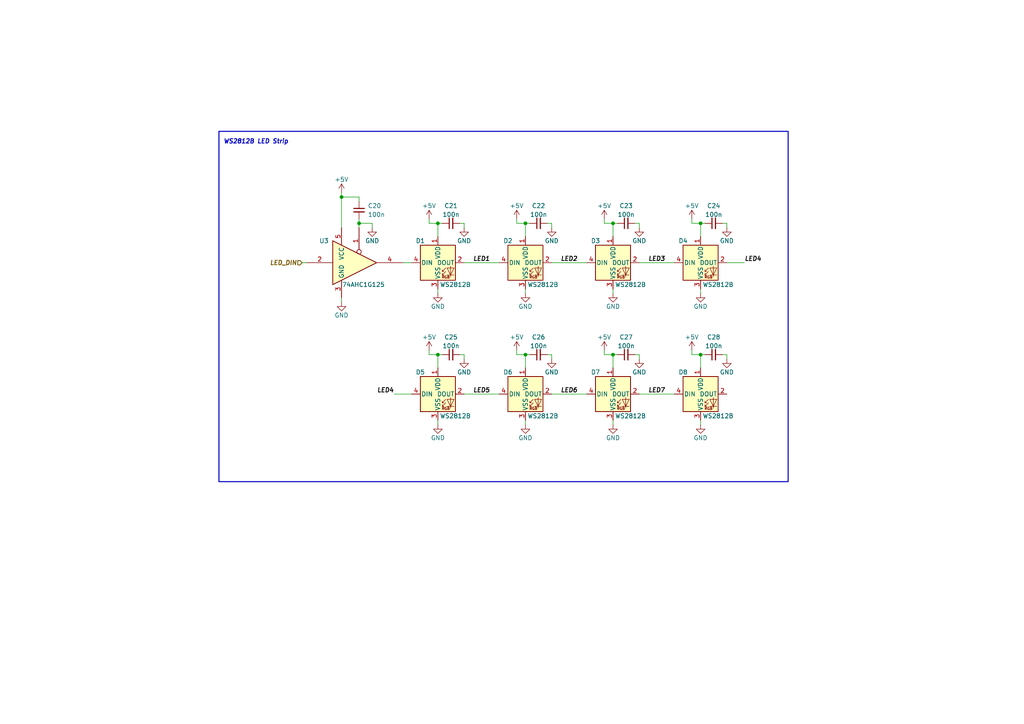
<source format=kicad_sch>
(kicad_sch (version 20230121) (generator eeschema)
  (paper "A4")
  (lib_symbols
    (symbol "74xGxx:74AHC1G125"
      (property "Reference" "U" (at -2.54 3.81 0))
      (property "Value" "74AHC1G125" (at 0 -3.81 0))
      (symbol "74AHC1G125_0_1"
        (polyline (pts (xy -7.62 6.35) (xy -7.62 -6.35) (xy 5.08 0) (xy -7.62 6.35)) (stroke (width 0.254)) (fill (type background)))
      )
      (symbol "74AHC1G125_1_1"
        (pin input inverted (at 0 10.16 270) (length 7.62) (name "~") (number "1"))
        (pin input line (at -15.24 0 0) (length 7.62) (name "~") (number "2"))
        (pin power_in line (at -5.08 -10.16 90) (length 5.08) (name "GND") (number "3"))
        (pin tri_state line (at 12.7 0 180) (length 7.62) (name "~") (number "4"))
        (pin power_in line (at -5.08 10.16 270) (length 5.08) (name "VCC") (number "5"))
      )
    )
    (symbol "Device:C_Small" (pin_numbers hide) (pin_names (offset 0.254) hide)
      (property "Reference" "C" (at 0.254 1.778 0))
      (property "Value" "C_Small" (at 0.254 -2.032 0))
      (symbol "C_Small_0_1"
        (polyline (pts (xy -1.524 -0.508) (xy 1.524 -0.508)) (stroke (width 0.3302)))
        (polyline (pts (xy -1.524 0.508) (xy 1.524 0.508)) (stroke (width 0.3048)))
      )
      (symbol "C_Small_1_1"
        (pin passive line (at 0 2.54 270) (length 2.032) (name "~") (number "1"))
        (pin passive line (at 0 -2.54 90) (length 2.032) (name "~") (number "2"))
      )
    )
    (symbol "LED:WS2812B" (pin_names (offset 0.254))
      (property "Reference" "D" (at 5.08 5.715 0))
      (property "Value" "WS2812B" (at 1.27 -5.715 0))
      (symbol "WS2812B_0_0"
        (text "RGB" (at 2.286 -4.191 0) (effects (font (size 0.762 0.762))))
      )
      (symbol "WS2812B_0_1"
        (polyline (pts (xy 1.27 -3.556) (xy 1.778 -3.556)))
        (polyline (pts (xy 1.27 -2.54) (xy 1.778 -2.54)))
        (polyline (pts (xy 4.699 -3.556) (xy 2.667 -3.556)))
        (polyline (pts (xy 2.286 -2.54) (xy 1.27 -3.556) (xy 1.27 -3.048)))
        (polyline (pts (xy 2.286 -1.524) (xy 1.27 -2.54) (xy 1.27 -2.032)))
        (polyline (pts (xy 3.683 -1.016) (xy 3.683 -3.556) (xy 3.683 -4.064)))
        (polyline (pts (xy 4.699 -1.524) (xy 2.667 -1.524) (xy 3.683 -3.556) (xy 4.699 -1.524)))
        (rectangle (start 5.08 5.08) (end -5.08 -5.08) (stroke (width 0.254)) (fill (type background)))
      )
      (symbol "WS2812B_1_1"
        (pin power_in line (at 0 7.62 270) (length 2.54) (name "VDD") (number "1"))
        (pin output line (at 7.62 0 180) (length 2.54) (name "DOUT") (number "2"))
        (pin power_in line (at 0 -7.62 90) (length 2.54) (name "VSS") (number "3"))
        (pin input line (at -7.62 0 0) (length 2.54) (name "DIN") (number "4"))
      )
    )
    (symbol "power:+5V" (power) (pin_names (offset 0))
      (property "Value" "+5V" (at 0 3.556 0))
      (symbol "+5V_0_1"
        (polyline (pts (xy -0.762 1.27) (xy 0 2.54)))
        (polyline (pts (xy 0 0) (xy 0 2.54)))
        (polyline (pts (xy 0 2.54) (xy 0.762 1.27)))
      )
      (symbol "+5V_1_1"
        (pin power_in line (at 0 0 90) (length 0) hide (name "+5V") (number "1"))
      )
    )
    (symbol "power:GND" (power) (pin_names (offset 0))
      (property "Value" "GND" (at 0 -3.81 0))
      (symbol "GND_0_1"
        (polyline (pts (xy 0 0) (xy 0 -1.27) (xy 1.27 -1.27) (xy 0 -2.54) (xy -1.27 -1.27) (xy 0 -1.27)))
      )
      (symbol "GND_1_1"
        (pin power_in line (at 0 0 270) (length 0) hide (name "GND") (number "1"))
      )
    )
  )
  (junction (at 99.06 57.15))
  (junction (at 203.2 64.77))
  (junction (at 104.14 64.77))
  (junction (at 127 64.77))
  (junction (at 177.8 64.77))
  (junction (at 127 102.87))
  (junction (at 203.2 102.87))
  (junction (at 152.4 64.77))
  (junction (at 152.4 102.87))
  (junction (at 177.8 102.87))
  (wire (pts (xy 160.02 114.3) (xy 170.18 114.3)))
  (wire (pts (xy 133.35 64.77) (xy 134.62 64.77)))
  (wire (pts (xy 210.82 64.77) (xy 210.82 66.04)))
  (wire (pts (xy 104.14 63.5) (xy 104.14 64.77)))
  (wire (pts (xy 99.06 55.88) (xy 99.06 57.15)))
  (wire (pts (xy 210.82 76.2) (xy 215.9 76.2)))
  (wire (pts (xy 203.2 102.87) (xy 203.2 106.68)))
  (wire (pts (xy 209.55 64.77) (xy 210.82 64.77)))
  (wire (pts (xy 152.4 102.87) (xy 153.67 102.87)))
  (wire (pts (xy 124.46 64.77) (xy 127 64.77)))
  (wire (pts (xy 134.62 64.77) (xy 134.62 66.04)))
  (wire (pts (xy 149.86 102.87) (xy 152.4 102.87)))
  (wire (pts (xy 127 123.19) (xy 127 121.92)))
  (wire (pts (xy 200.66 102.87) (xy 203.2 102.87)))
  (wire (pts (xy 177.8 102.87) (xy 179.07 102.87)))
  (wire (pts (xy 209.55 102.87) (xy 210.82 102.87)))
  (wire (pts (xy 152.4 85.09) (xy 152.4 83.82)))
  (wire (pts (xy 200.66 64.77) (xy 203.2 64.77)))
  (wire (pts (xy 99.06 87.63) (xy 99.06 86.36)))
  (wire (pts (xy 127 102.87) (xy 128.27 102.87)))
  (wire (pts (xy 177.8 123.19) (xy 177.8 121.92)))
  (wire (pts (xy 175.26 102.87) (xy 177.8 102.87)))
  (wire (pts (xy 104.14 64.77) (xy 107.95 64.77)))
  (wire (pts (xy 127 64.77) (xy 128.27 64.77)))
  (wire (pts (xy 134.62 76.2) (xy 144.78 76.2)))
  (wire (pts (xy 127 102.87) (xy 127 106.68)))
  (wire (pts (xy 158.75 64.77) (xy 160.02 64.77)))
  (wire (pts (xy 184.15 64.77) (xy 185.42 64.77)))
  (wire (pts (xy 177.8 64.77) (xy 177.8 68.58)))
  (wire (pts (xy 185.42 102.87) (xy 185.42 104.14)))
  (wire (pts (xy 177.8 64.77) (xy 179.07 64.77)))
  (wire (pts (xy 184.15 102.87) (xy 185.42 102.87)))
  (wire (pts (xy 200.66 63.5) (xy 200.66 64.77)))
  (wire (pts (xy 124.46 63.5) (xy 124.46 64.77)))
  (wire (pts (xy 114.3 114.3) (xy 119.38 114.3)))
  (wire (pts (xy 127 64.77) (xy 127 68.58)))
  (wire (pts (xy 185.42 64.77) (xy 185.42 66.04)))
  (wire (pts (xy 175.26 63.5) (xy 175.26 64.77)))
  (wire (pts (xy 203.2 123.19) (xy 203.2 121.92)))
  (wire (pts (xy 99.06 57.15) (xy 104.14 57.15)))
  (wire (pts (xy 116.84 76.2) (xy 119.38 76.2)))
  (wire (pts (xy 177.8 102.87) (xy 177.8 106.68)))
  (wire (pts (xy 149.86 64.77) (xy 152.4 64.77)))
  (wire (pts (xy 87.63 76.2) (xy 88.9 76.2)))
  (wire (pts (xy 200.66 101.6) (xy 200.66 102.87)))
  (wire (pts (xy 133.35 102.87) (xy 134.62 102.87)))
  (wire (pts (xy 185.42 114.3) (xy 195.58 114.3)))
  (wire (pts (xy 203.2 64.77) (xy 204.47 64.77)))
  (wire (pts (xy 203.2 102.87) (xy 204.47 102.87)))
  (wire (pts (xy 152.4 123.19) (xy 152.4 121.92)))
  (wire (pts (xy 152.4 102.87) (xy 152.4 106.68)))
  (wire (pts (xy 160.02 76.2) (xy 170.18 76.2)))
  (wire (pts (xy 152.4 64.77) (xy 152.4 68.58)))
  (wire (pts (xy 104.14 57.15) (xy 104.14 58.42)))
  (wire (pts (xy 99.06 57.15) (xy 99.06 66.04)))
  (wire (pts (xy 175.26 64.77) (xy 177.8 64.77)))
  (wire (pts (xy 158.75 102.87) (xy 160.02 102.87)))
  (wire (pts (xy 203.2 64.77) (xy 203.2 68.58)))
  (wire (pts (xy 185.42 76.2) (xy 195.58 76.2)))
  (wire (pts (xy 160.02 102.87) (xy 160.02 104.14)))
  (wire (pts (xy 149.86 101.6) (xy 149.86 102.87)))
  (wire (pts (xy 104.14 66.04) (xy 104.14 64.77)))
  (wire (pts (xy 127 85.09) (xy 127 83.82)))
  (wire (pts (xy 124.46 101.6) (xy 124.46 102.87)))
  (wire (pts (xy 203.2 85.09) (xy 203.2 83.82)))
  (wire (pts (xy 210.82 102.87) (xy 210.82 104.14)))
  (wire (pts (xy 149.86 63.5) (xy 149.86 64.77)))
  (wire (pts (xy 107.95 64.77) (xy 107.95 66.04)))
  (wire (pts (xy 175.26 101.6) (xy 175.26 102.87)))
  (wire (pts (xy 160.02 64.77) (xy 160.02 66.04)))
  (wire (pts (xy 134.62 114.3) (xy 144.78 114.3)))
  (wire (pts (xy 177.8 85.09) (xy 177.8 83.82)))
  (wire (pts (xy 124.46 102.87) (xy 127 102.87)))
  (wire (pts (xy 152.4 64.77) (xy 153.67 64.77)))
  (wire (pts (xy 134.62 102.87) (xy 134.62 104.14)))
  (rectangle (start 63.5 38.1) (end 228.6 139.7) (stroke (width 0.3)))
  (text "WS2812B LED Strip" (at 64.77 41.91 0) (effects (font (size 1.27 1.27) bold italic) (justify left bottom)))
  (label "LED4" (at 114.3 114.3 180) (effects (font bold italic)))
  (label "LED2" (at 162.56 76.2 0) (effects (font bold italic)))
  (label "LED5" (at 137.16 114.3 0) (effects (font bold italic)))
  (label "LED1" (at 137.16 76.2 0) (effects (font bold italic)))
  (label "LED4" (at 215.9 76.2 0) (effects (font bold italic)))
  (label "LED6" (at 162.56 114.3 0) (effects (font bold italic)))
  (label "LED3" (at 187.96 76.2 0) (effects (font bold italic)))
  (label "LED7" (at 187.96 114.3 0) (effects (font bold italic)))
  (hierarchical_label "LED_DIN" (shape input) (at 87.63 76.2 180) (effects (font bold italic)))
  (symbol (lib_id "power:+5V") (at 124.46 101.6 0) (unit 1)
    (property "Reference" "#PWR075" (effects hide))
    (property "Value" "+5V" (at 124.46 97.79 0))
  )
  (symbol (lib_id "power:+5V") (at 200.66 101.6 0) (unit 1)
    (property "Reference" "#PWR078" (effects hide))
    (property "Value" "+5V" (at 200.66 97.79 0))
  )
  (symbol (lib_id "power:GND") (at 99.06 87.63 0) (unit 1)
    (property "Reference" "#PWR074" (effects hide))
    (property "Value" "GND" (at 99.06 91.44 0))
  )
  (symbol (lib_id "power:+5V") (at 175.26 63.5 0) (unit 1)
    (property "Reference" "#PWR063" (effects hide))
    (property "Value" "+5V" (at 175.26 59.69 0))
  )
  (symbol (lib_id "power:GND") (at 152.4 85.09 0) (unit 1)
    (property "Reference" "#PWR071" (effects hide))
    (property "Value" "GND" (at 152.4 88.9 0))
  )
  (symbol (lib_id "74xGxx:74AHC1G125") (at 104.14 76.2 0) (unit 1)
    (property "Reference" "U3" (at 93.98 69.85 0))
    (property "Value" "74AHC1G125" (at 105.41 82.55 0))
    (property "Footprint" "Package_TO_SOT_SMD:SOT-23-5" (effects hide))
    (property "Datasheet" "http://www.ti.com/lit/sg/scyt129e/scyt129e.pdf" (effects hide))
  )
  (symbol (lib_id "Device:C_Small") (at 156.21 64.77 90) (unit 1)
    (property "Reference" "C22" (at 156.21 59.69 90))
    (property "Value" "100n" (at 156.21 62.23 90))
    (property "Footprint" "Capacitor_SMD:C_1206_3216Metric_Pad1.33x1.80mm_HandSolder" (effects hide))
  )
  (symbol (lib_id "power:GND") (at 203.2 123.19 0) (unit 1)
    (property "Reference" "#PWR086" (effects hide))
    (property "Value" "GND" (at 203.2 127 0))
  )
  (symbol (lib_id "power:GND") (at 210.82 104.14 0) (unit 1)
    (property "Reference" "#PWR082" (effects hide))
    (property "Value" "GND" (at 210.82 107.95 0))
  )
  (symbol (lib_id "Device:C_Small") (at 207.01 102.87 90) (unit 1)
    (property "Reference" "C28" (at 207.01 97.79 90))
    (property "Value" "100n" (at 207.01 100.33 90))
    (property "Footprint" "Capacitor_SMD:C_1206_3216Metric_Pad1.33x1.80mm_HandSolder" (effects hide))
  )
  (symbol (lib_id "Device:C_Small") (at 181.61 102.87 90) (unit 1)
    (property "Reference" "C27" (at 181.61 97.79 90))
    (property "Value" "100n" (at 181.61 100.33 90))
    (property "Footprint" "Capacitor_SMD:C_1206_3216Metric_Pad1.33x1.80mm_HandSolder" (effects hide))
  )
  (symbol (lib_id "power:GND") (at 177.8 85.09 0) (unit 1)
    (property "Reference" "#PWR072" (effects hide))
    (property "Value" "GND" (at 177.8 88.9 0))
  )
  (symbol (lib_id "power:+5V") (at 200.66 63.5 0) (unit 1)
    (property "Reference" "#PWR064" (effects hide))
    (property "Value" "+5V" (at 200.66 59.69 0))
  )
  (symbol (lib_id "power:+5V") (at 149.86 63.5 0) (unit 1)
    (property "Reference" "#PWR062" (effects hide))
    (property "Value" "+5V" (at 149.86 59.69 0))
  )
  (symbol (lib_id "Device:C_Small") (at 130.81 64.77 90) (unit 1)
    (property "Reference" "C21" (at 130.81 59.69 90))
    (property "Value" "100n" (at 130.81 62.23 90))
    (property "Footprint" "Capacitor_SMD:C_1206_3216Metric_Pad1.33x1.80mm_HandSolder" (effects hide))
  )
  (symbol (lib_id "LED:WS2812B") (at 127 114.3 0) (unit 1)
    (property "Reference" "D5" (at 121.92 107.95 0))
    (property "Value" "WS2812B" (at 132.08 120.65 0))
    (property "Footprint" "LED_SMD:LED_WS2812B_PLCC4_5.0x5.0mm_P3.2mm" (effects hide))
    (property "Datasheet" "https://cdn-shop.adafruit.com/datasheets/WS2812B.pdf" (effects hide))
  )
  (symbol (lib_id "power:GND") (at 210.82 66.04 0) (unit 1)
    (property "Reference" "#PWR069" (effects hide))
    (property "Value" "GND" (at 210.82 69.85 0))
  )
  (symbol (lib_id "LED:WS2812B") (at 177.8 114.3 0) (unit 1)
    (property "Reference" "D7" (at 172.72 107.95 0))
    (property "Value" "WS2812B" (at 182.88 120.65 0))
    (property "Footprint" "LED_SMD:LED_WS2812B_PLCC4_5.0x5.0mm_P3.2mm" (effects hide))
    (property "Datasheet" "https://cdn-shop.adafruit.com/datasheets/WS2812B.pdf" (effects hide))
  )
  (symbol (lib_id "Device:C_Small") (at 207.01 64.77 90) (unit 1)
    (property "Reference" "C24" (at 207.01 59.69 90))
    (property "Value" "100n" (at 207.01 62.23 90))
    (property "Footprint" "Capacitor_SMD:C_1206_3216Metric_Pad1.33x1.80mm_HandSolder" (effects hide))
  )
  (symbol (lib_id "LED:WS2812B") (at 127 76.2 0) (unit 1)
    (property "Reference" "D1" (at 121.92 69.85 0))
    (property "Value" "WS2812B" (at 132.08 82.55 0))
    (property "Footprint" "LED_SMD:LED_WS2812B_PLCC4_5.0x5.0mm_P3.2mm" (effects hide))
    (property "Datasheet" "https://cdn-shop.adafruit.com/datasheets/WS2812B.pdf" (effects hide))
  )
  (symbol (lib_id "LED:WS2812B") (at 177.8 76.2 0) (unit 1)
    (property "Reference" "D3" (at 172.72 69.85 0))
    (property "Value" "WS2812B" (at 182.88 82.55 0))
    (property "Footprint" "LED_SMD:LED_WS2812B_PLCC4_5.0x5.0mm_P3.2mm" (effects hide))
    (property "Datasheet" "https://cdn-shop.adafruit.com/datasheets/WS2812B.pdf" (effects hide))
  )
  (symbol (lib_id "LED:WS2812B") (at 203.2 76.2 0) (unit 1)
    (property "Reference" "D4" (at 198.12 69.85 0))
    (property "Value" "WS2812B" (at 208.28 82.55 0))
    (property "Footprint" "LED_SMD:LED_WS2812B_PLCC4_5.0x5.0mm_P3.2mm" (effects hide))
    (property "Datasheet" "https://cdn-shop.adafruit.com/datasheets/WS2812B.pdf" (effects hide))
  )
  (symbol (lib_id "power:GND") (at 185.42 66.04 0) (unit 1)
    (property "Reference" "#PWR068" (effects hide))
    (property "Value" "GND" (at 185.42 69.85 0))
  )
  (symbol (lib_id "power:GND") (at 107.95 66.04 0) (unit 1)
    (property "Reference" "#PWR065" (effects hide))
    (property "Value" "GND" (at 107.95 69.85 0))
  )
  (symbol (lib_id "LED:WS2812B") (at 152.4 76.2 0) (unit 1)
    (property "Reference" "D2" (at 147.32 69.85 0))
    (property "Value" "WS2812B" (at 157.48 82.55 0))
    (property "Footprint" "LED_SMD:LED_WS2812B_PLCC4_5.0x5.0mm_P3.2mm" (effects hide))
    (property "Datasheet" "https://cdn-shop.adafruit.com/datasheets/WS2812B.pdf" (effects hide))
  )
  (symbol (lib_id "power:GND") (at 177.8 123.19 0) (unit 1)
    (property "Reference" "#PWR085" (effects hide))
    (property "Value" "GND" (at 177.8 127 0))
  )
  (symbol (lib_id "power:GND") (at 127 123.19 0) (unit 1)
    (property "Reference" "#PWR083" (effects hide))
    (property "Value" "GND" (at 127 127 0))
  )
  (symbol (lib_id "power:GND") (at 152.4 123.19 0) (unit 1)
    (property "Reference" "#PWR084" (effects hide))
    (property "Value" "GND" (at 152.4 127 0))
  )
  (symbol (lib_id "power:GND") (at 160.02 66.04 0) (unit 1)
    (property "Reference" "#PWR067" (effects hide))
    (property "Value" "GND" (at 160.02 69.85 0))
  )
  (symbol (lib_id "power:GND") (at 160.02 104.14 0) (unit 1)
    (property "Reference" "#PWR080" (effects hide))
    (property "Value" "GND" (at 160.02 107.95 0))
  )
  (symbol (lib_id "power:GND") (at 134.62 66.04 0) (unit 1)
    (property "Reference" "#PWR066" (effects hide))
    (property "Value" "GND" (at 134.62 69.85 0))
  )
  (symbol (lib_id "power:+5V") (at 124.46 63.5 0) (unit 1)
    (property "Reference" "#PWR061" (effects hide))
    (property "Value" "+5V" (at 124.46 59.69 0))
  )
  (symbol (lib_id "power:GND") (at 185.42 104.14 0) (unit 1)
    (property "Reference" "#PWR081" (effects hide))
    (property "Value" "GND" (at 185.42 107.95 0))
  )
  (symbol (lib_id "Device:C_Small") (at 181.61 64.77 90) (unit 1)
    (property "Reference" "C23" (at 181.61 59.69 90))
    (property "Value" "100n" (at 181.61 62.23 90))
    (property "Footprint" "Capacitor_SMD:C_1206_3216Metric_Pad1.33x1.80mm_HandSolder" (effects hide))
  )
  (symbol (lib_id "power:GND") (at 203.2 85.09 0) (unit 1)
    (property "Reference" "#PWR073" (effects hide))
    (property "Value" "GND" (at 203.2 88.9 0))
  )
  (symbol (lib_id "power:+5V") (at 99.06 55.88 0) (unit 1)
    (property "Reference" "#PWR060" (effects hide))
    (property "Value" "+5V" (at 99.06 52.07 0))
  )
  (symbol (lib_id "power:+5V") (at 175.26 101.6 0) (unit 1)
    (property "Reference" "#PWR077" (effects hide))
    (property "Value" "+5V" (at 175.26 97.79 0))
  )
  (symbol (lib_id "Device:C_Small") (at 156.21 102.87 90) (unit 1)
    (property "Reference" "C26" (at 156.21 97.79 90))
    (property "Value" "100n" (at 156.21 100.33 90))
    (property "Footprint" "Capacitor_SMD:C_1206_3216Metric_Pad1.33x1.80mm_HandSolder" (effects hide))
  )
  (symbol (lib_id "Device:C_Small") (at 130.81 102.87 90) (unit 1)
    (property "Reference" "C25" (at 130.81 97.79 90))
    (property "Value" "100n" (at 130.81 100.33 90))
    (property "Footprint" "Capacitor_SMD:C_1206_3216Metric_Pad1.33x1.80mm_HandSolder" (effects hide))
  )
  (symbol (lib_id "LED:WS2812B") (at 152.4 114.3 0) (unit 1)
    (property "Reference" "D6" (at 147.32 107.95 0))
    (property "Value" "WS2812B" (at 157.48 120.65 0))
    (property "Footprint" "LED_SMD:LED_WS2812B_PLCC4_5.0x5.0mm_P3.2mm" (effects hide))
    (property "Datasheet" "https://cdn-shop.adafruit.com/datasheets/WS2812B.pdf" (effects hide))
  )
  (symbol (lib_id "Device:C_Small") (at 104.14 60.96 0) (unit 1)
    (property "Reference" "C20" (at 106.68 59.6963 0) (effects (justify left)))
    (property "Value" "100n" (at 106.68 62.2363 0) (effects (justify left)))
    (property "Footprint" "Capacitor_SMD:C_1206_3216Metric_Pad1.33x1.80mm_HandSolder" (effects hide))
  )
  (symbol (lib_id "power:+5V") (at 149.86 101.6 0) (unit 1)
    (property "Reference" "#PWR076" (effects hide))
    (property "Value" "+5V" (at 149.86 97.79 0))
  )
  (symbol (lib_id "LED:WS2812B") (at 203.2 114.3 0) (unit 1)
    (property "Reference" "D8" (at 198.12 107.95 0))
    (property "Value" "WS2812B" (at 208.28 120.65 0))
    (property "Footprint" "LED_SMD:LED_WS2812B_PLCC4_5.0x5.0mm_P3.2mm" (effects hide))
    (property "Datasheet" "https://cdn-shop.adafruit.com/datasheets/WS2812B.pdf" (effects hide))
  )
  (symbol (lib_id "power:GND") (at 127 85.09 0) (unit 1)
    (property "Reference" "#PWR070" (effects hide))
    (property "Value" "GND" (at 127 88.9 0))
  )
  (symbol (lib_id "power:GND") (at 134.62 104.14 0) (unit 1)
    (property "Reference" "#PWR079" (effects hide))
    (property "Value" "GND" (at 134.62 107.95 0))
  )
)
</source>
